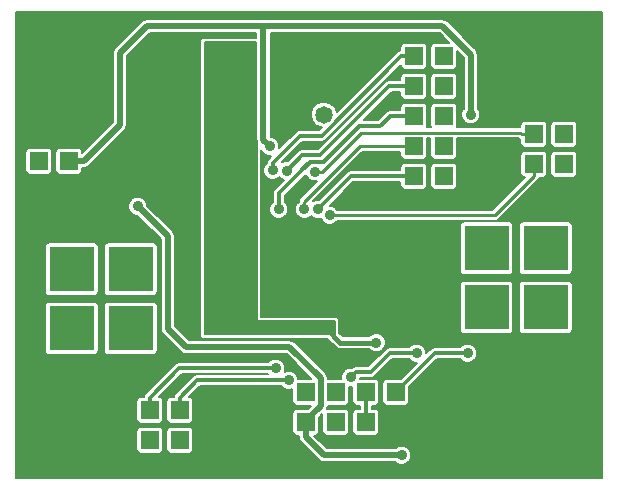
<source format=gbr>
G04 #@! TF.GenerationSoftware,KiCad,Pcbnew,(2017-02-05 revision 431abcf)-makepkg*
G04 #@! TF.CreationDate,2017-03-21T18:26:52+01:00*
G04 #@! TF.ProjectId,HBSTEP01B,4842535445503031422E6B696361645F,rev?*
G04 #@! TF.FileFunction,Copper,L1,Top,Signal*
G04 #@! TF.FilePolarity,Positive*
%FSLAX46Y46*%
G04 Gerber Fmt 4.6, Leading zero omitted, Abs format (unit mm)*
G04 Created by KiCad (PCBNEW (2017-02-05 revision 431abcf)-makepkg) date 03/21/17 18:26:52*
%MOMM*%
%LPD*%
G01*
G04 APERTURE LIST*
%ADD10C,0.300000*%
%ADD11R,3.810000X3.810000*%
%ADD12C,6.000000*%
%ADD13R,1.524000X1.524000*%
%ADD14C,1.480820*%
%ADD15C,0.889000*%
%ADD16C,0.400000*%
%ADD17C,0.254000*%
%ADD18C,0.500000*%
%ADD19C,0.200000*%
G04 APERTURE END LIST*
D10*
D11*
X13716000Y35226000D03*
X13716000Y30226000D03*
X18796000Y35226000D03*
X18796000Y30226000D03*
D12*
X45720000Y35560000D03*
X45720000Y5080000D03*
X5080000Y35560000D03*
X5080000Y5080000D03*
D13*
X27686000Y5334000D03*
X27686000Y7874000D03*
X25146000Y7874000D03*
X25146000Y5334000D03*
X11938000Y3810000D03*
X11938000Y6350000D03*
X14478000Y3810000D03*
X14478000Y6350000D03*
X34290000Y31242000D03*
X36830000Y31242000D03*
X34290000Y33782000D03*
X36830000Y33782000D03*
X34290000Y28702000D03*
X36830000Y28702000D03*
X30226000Y5334000D03*
X30226000Y7874000D03*
X44450000Y27178000D03*
X46990000Y27178000D03*
X44450000Y29718000D03*
X46990000Y29718000D03*
X34290000Y26162000D03*
X36830000Y26162000D03*
X2540000Y29972000D03*
X5080000Y29972000D03*
X2540000Y27432000D03*
X5080000Y27432000D03*
X2540000Y24892000D03*
X5080000Y24892000D03*
D14*
X26670000Y31384240D03*
X26670000Y33385760D03*
D13*
X34290000Y36322000D03*
X36830000Y36322000D03*
D11*
X10334000Y18288000D03*
X5334000Y18288000D03*
X10334000Y13288000D03*
X5334000Y13288000D03*
X40466000Y20066000D03*
X45466000Y20066000D03*
X40466000Y15066000D03*
X45466000Y15066000D03*
D13*
X32766000Y5334000D03*
X32766000Y7874000D03*
D15*
X20066000Y13208000D03*
X31114996Y12065000D03*
X26924000Y13208000D03*
X29083000Y18288000D03*
X30325060Y18288000D03*
X28067000Y17145000D03*
X28067000Y19685000D03*
X26289000Y19939000D03*
X26162000Y18034000D03*
X26924000Y16256000D03*
X23876000Y16256000D03*
X22225000Y16129000D03*
X22225000Y17780000D03*
X22225000Y19431000D03*
X22225000Y20701000D03*
X23495000Y20701000D03*
X23495000Y19304000D03*
X23368000Y17780000D03*
X24765000Y17780000D03*
X24892000Y19050000D03*
X25019000Y20447000D03*
X19433975Y4068390D03*
X19431000Y2032000D03*
X31882487Y3815487D03*
X32893000Y3937000D03*
X25527000Y34925000D03*
X25527000Y36322000D03*
X26797000Y37465000D03*
X13716000Y27432000D03*
X13716000Y24511000D03*
X33274000Y2540000D03*
X22098000Y28702000D03*
X10922000Y23622000D03*
X39116000Y31369000D03*
X26162000Y23368000D03*
X25894365Y26556636D03*
X27184332Y22856834D03*
X25019000Y23368000D03*
X23523488Y26641515D03*
X22352000Y26670000D03*
X22860000Y23368000D03*
X23685511Y8890000D03*
X22606000Y9906000D03*
X38862000Y11176000D03*
X28941915Y9129915D03*
X34544000Y11176000D03*
D16*
X26924000Y13208000D02*
X28067000Y12065000D01*
X30486379Y12065000D02*
X31114996Y12065000D01*
X28067000Y12065000D02*
X30486379Y12065000D01*
D17*
X30325060Y18288000D02*
X29083000Y18288000D01*
X29083000Y18161000D02*
X28067000Y17145000D01*
X29083000Y18288000D02*
X29083000Y18161000D01*
X28067000Y17145000D02*
X28067000Y19685000D01*
X26543000Y19685000D02*
X26289000Y19939000D01*
X28067000Y19685000D02*
X26543000Y19685000D01*
X26289000Y18161000D02*
X26162000Y18034000D01*
X26289000Y19939000D02*
X26289000Y18161000D01*
X27051000Y16383000D02*
X26924000Y16256000D01*
X26162000Y18034000D02*
X27051000Y16383000D01*
X24003000Y16383000D02*
X23876000Y16256000D01*
X26924000Y16256000D02*
X24003000Y16383000D01*
X22352000Y16256000D02*
X22225000Y16129000D01*
X23876000Y16256000D02*
X22352000Y16256000D01*
X22225000Y17907000D02*
X22225000Y17780000D01*
X22225000Y16129000D02*
X22225000Y17907000D01*
X22225000Y17780000D02*
X22225000Y19431000D01*
X22225000Y19431000D02*
X22225000Y20701000D01*
X22225000Y20701000D02*
X23495000Y20701000D01*
X23495000Y20701000D02*
X23495000Y19304000D01*
X23495000Y17907000D02*
X23368000Y17780000D01*
X23495000Y19304000D02*
X23495000Y17907000D01*
X23368000Y17780000D02*
X24765000Y17780000D01*
X24765000Y18923000D02*
X24892000Y19050000D01*
X24765000Y17780000D02*
X24765000Y18923000D01*
X24892000Y20320000D02*
X25019000Y20447000D01*
X24892000Y19050000D02*
X24892000Y20320000D01*
D10*
X19433975Y2034975D02*
X19431000Y2032000D01*
X19433975Y4068390D02*
X19433975Y2034975D01*
X32771487Y3815487D02*
X32893000Y3937000D01*
X31882487Y3815487D02*
X32771487Y3815487D01*
X25527000Y34925000D02*
X25527000Y36322000D01*
X13716000Y30226000D02*
X13716000Y27432000D01*
D18*
X26678000Y2540000D02*
X25146000Y4072000D01*
X25146000Y4072000D02*
X25146000Y5334000D01*
X6342000Y27432000D02*
X9398000Y30488000D01*
X5080000Y27432000D02*
X6342000Y27432000D01*
X9398000Y30488000D02*
X9398000Y35625202D01*
X9398000Y35625202D02*
X9398000Y36576000D01*
X9398000Y36576000D02*
X11684000Y38862000D01*
X11684000Y38862000D02*
X20902628Y38862000D01*
X21564103Y29235897D02*
X22098000Y28702000D01*
X21564103Y38862000D02*
X21564103Y29235897D01*
X20902628Y38862000D02*
X21564103Y38862000D01*
X26412001Y9039201D02*
X23767202Y11684000D01*
X26412001Y6708799D02*
X26412001Y9039201D01*
X25037202Y5334000D02*
X26412001Y6708799D01*
X25146000Y5334000D02*
X25037202Y5334000D01*
X23767202Y11684000D02*
X14986000Y11684000D01*
X14986000Y11684000D02*
X13462000Y13208000D01*
X13462000Y21082000D02*
X10922000Y23622000D01*
X13462000Y13208000D02*
X13462000Y21082000D01*
X21564103Y38862000D02*
X36721202Y38862000D01*
X39116000Y36467202D02*
X38874077Y36709125D01*
X39116000Y31369000D02*
X39116000Y36467202D01*
X36721202Y38862000D02*
X38874077Y36709125D01*
X30220920Y2540000D02*
X26678000Y2540000D01*
X33274000Y2540000D02*
X30220920Y2540000D01*
D10*
X30226000Y7874000D02*
X30226000Y5334000D01*
X26162000Y23368000D02*
X28956000Y26162000D01*
X28956000Y26162000D02*
X34290000Y26162000D01*
D17*
X29811346Y29845000D02*
X43306999Y29845001D01*
X43306999Y29845001D02*
X43434000Y29718000D01*
X43434000Y29718000D02*
X44450000Y29718000D01*
X25894365Y26556636D02*
X26522982Y26556636D01*
X26522982Y26556636D02*
X29811346Y29845000D01*
X44323000Y29845000D02*
X44450000Y29718000D01*
X27184332Y22856834D02*
X41144834Y22856834D01*
X41144834Y22856834D02*
X44450000Y26162000D01*
X44450000Y26162000D02*
X44450000Y27178000D01*
X25019000Y23368000D02*
X25019000Y23996617D01*
X25019000Y23996617D02*
X29724383Y28702000D01*
X29724383Y28702000D02*
X33274000Y28702000D01*
X33274000Y28702000D02*
X34290000Y28702000D01*
D10*
X23523488Y26641515D02*
X24841119Y27959146D01*
X24841119Y27959146D02*
X26391044Y27959146D01*
X26391044Y27959146D02*
X32213898Y33782000D01*
X32213898Y33782000D02*
X33228000Y33782000D01*
X33228000Y33782000D02*
X34290000Y33782000D01*
X22352000Y26670000D02*
X22352000Y27298617D01*
X22352000Y27298617D02*
X24644383Y29591000D01*
X24644383Y29591000D02*
X26497000Y29591000D01*
X26497000Y29591000D02*
X33228000Y36322000D01*
X33228000Y36322000D02*
X34290000Y36322000D01*
X34290000Y31242000D02*
X33228000Y31242000D01*
X33228000Y31242000D02*
X32258000Y31242000D01*
X24838167Y26700412D02*
X24963519Y26825764D01*
X22860000Y24722245D02*
X24838167Y26700412D01*
X26620523Y27405137D02*
X29672386Y30457000D01*
X24838167Y26700412D02*
X24838167Y26756220D01*
X24838167Y26756220D02*
X25487084Y27405137D01*
X25487084Y27405137D02*
X26620523Y27405137D01*
X29672386Y30457000D02*
X31473000Y30457000D01*
X31473000Y30457000D02*
X32258000Y31242000D01*
D17*
X31496000Y30480000D02*
X29727912Y30480000D01*
X29727912Y30480000D02*
X26630049Y27382137D01*
X26630049Y27382137D02*
X25519892Y27382137D01*
X25519892Y27382137D02*
X24963519Y26825764D01*
X31496000Y30480000D02*
X32258000Y31242000D01*
D10*
X22860000Y23368000D02*
X22860000Y24722245D01*
X14478000Y7412000D02*
X14478000Y6350000D01*
X15956000Y8890000D02*
X14478000Y7412000D01*
X23685511Y8890000D02*
X15956000Y8890000D01*
X11938000Y7412000D02*
X11938000Y6350000D01*
X14432000Y9906000D02*
X11938000Y7412000D01*
X22606000Y9906000D02*
X14432000Y9906000D01*
X36068000Y11176000D02*
X32766000Y7874000D01*
X38862000Y11176000D02*
X36068000Y11176000D01*
X29386414Y9574414D02*
X30656414Y9574414D01*
X28941915Y9129915D02*
X29386414Y9574414D01*
X32258000Y11176000D02*
X34544000Y11176000D01*
X30656414Y9574414D02*
X32258000Y11176000D01*
D19*
G36*
X20960103Y29235897D02*
X20982000Y29125814D01*
X20982000Y13970000D01*
X20989612Y13931732D01*
X21011289Y13899289D01*
X21043732Y13877612D01*
X21082000Y13870000D01*
X27586000Y13870000D01*
X27586000Y12800000D01*
X16610000Y12800000D01*
X16610000Y37492000D01*
X20960103Y37492000D01*
X20960103Y29235897D01*
X20960103Y29235897D01*
G37*
X20960103Y29235897D02*
X20982000Y29125814D01*
X20982000Y13970000D01*
X20989612Y13931732D01*
X21011289Y13899289D01*
X21043732Y13877612D01*
X21082000Y13870000D01*
X27586000Y13870000D01*
X27586000Y12800000D01*
X16610000Y12800000D01*
X16610000Y37492000D01*
X20960103Y37492000D01*
X20960103Y29235897D01*
G36*
X50196000Y604000D02*
X604000Y604000D01*
X604000Y4572000D01*
X10815065Y4572000D01*
X10815065Y3048000D01*
X10842540Y2909876D01*
X10920780Y2792780D01*
X11037876Y2714540D01*
X11176000Y2687065D01*
X12700000Y2687065D01*
X12838124Y2714540D01*
X12955220Y2792780D01*
X13033460Y2909876D01*
X13060935Y3048000D01*
X13060935Y4572000D01*
X13355065Y4572000D01*
X13355065Y3048000D01*
X13382540Y2909876D01*
X13460780Y2792780D01*
X13577876Y2714540D01*
X13716000Y2687065D01*
X15240000Y2687065D01*
X15378124Y2714540D01*
X15495220Y2792780D01*
X15573460Y2909876D01*
X15600935Y3048000D01*
X15600935Y4572000D01*
X15573460Y4710124D01*
X15495220Y4827220D01*
X15378124Y4905460D01*
X15240000Y4932935D01*
X13716000Y4932935D01*
X13577876Y4905460D01*
X13460780Y4827220D01*
X13382540Y4710124D01*
X13355065Y4572000D01*
X13060935Y4572000D01*
X13033460Y4710124D01*
X12955220Y4827220D01*
X12838124Y4905460D01*
X12700000Y4932935D01*
X11176000Y4932935D01*
X11037876Y4905460D01*
X10920780Y4827220D01*
X10842540Y4710124D01*
X10815065Y4572000D01*
X604000Y4572000D01*
X604000Y15193000D01*
X3068065Y15193000D01*
X3068065Y11383000D01*
X3095540Y11244876D01*
X3173780Y11127780D01*
X3290876Y11049540D01*
X3429000Y11022065D01*
X7239000Y11022065D01*
X7377124Y11049540D01*
X7494220Y11127780D01*
X7572460Y11244876D01*
X7599935Y11383000D01*
X7599935Y15193000D01*
X8068065Y15193000D01*
X8068065Y11383000D01*
X8095540Y11244876D01*
X8173780Y11127780D01*
X8290876Y11049540D01*
X8429000Y11022065D01*
X12239000Y11022065D01*
X12377124Y11049540D01*
X12494220Y11127780D01*
X12572460Y11244876D01*
X12599935Y11383000D01*
X12599935Y15193000D01*
X12572460Y15331124D01*
X12494220Y15448220D01*
X12377124Y15526460D01*
X12239000Y15553935D01*
X8429000Y15553935D01*
X8290876Y15526460D01*
X8173780Y15448220D01*
X8095540Y15331124D01*
X8068065Y15193000D01*
X7599935Y15193000D01*
X7572460Y15331124D01*
X7494220Y15448220D01*
X7377124Y15526460D01*
X7239000Y15553935D01*
X3429000Y15553935D01*
X3290876Y15526460D01*
X3173780Y15448220D01*
X3095540Y15331124D01*
X3068065Y15193000D01*
X604000Y15193000D01*
X604000Y20193000D01*
X3068065Y20193000D01*
X3068065Y16383000D01*
X3095540Y16244876D01*
X3173780Y16127780D01*
X3290876Y16049540D01*
X3429000Y16022065D01*
X7239000Y16022065D01*
X7377124Y16049540D01*
X7494220Y16127780D01*
X7572460Y16244876D01*
X7599935Y16383000D01*
X7599935Y20193000D01*
X8068065Y20193000D01*
X8068065Y16383000D01*
X8095540Y16244876D01*
X8173780Y16127780D01*
X8290876Y16049540D01*
X8429000Y16022065D01*
X12239000Y16022065D01*
X12377124Y16049540D01*
X12494220Y16127780D01*
X12572460Y16244876D01*
X12599935Y16383000D01*
X12599935Y20193000D01*
X12572460Y20331124D01*
X12494220Y20448220D01*
X12377124Y20526460D01*
X12239000Y20553935D01*
X8429000Y20553935D01*
X8290876Y20526460D01*
X8173780Y20448220D01*
X8095540Y20331124D01*
X8068065Y20193000D01*
X7599935Y20193000D01*
X7572460Y20331124D01*
X7494220Y20448220D01*
X7377124Y20526460D01*
X7239000Y20553935D01*
X3429000Y20553935D01*
X3290876Y20526460D01*
X3173780Y20448220D01*
X3095540Y20331124D01*
X3068065Y20193000D01*
X604000Y20193000D01*
X604000Y23463865D01*
X10123361Y23463865D01*
X10244670Y23170277D01*
X10469095Y22945459D01*
X10762472Y22823638D01*
X10866268Y22823547D01*
X12858000Y20831815D01*
X12858000Y13208000D01*
X12903977Y12976859D01*
X13022108Y12800065D01*
X13034908Y12780908D01*
X14558907Y11256908D01*
X14752161Y11127780D01*
X14754859Y11125977D01*
X14986000Y11080000D01*
X23517018Y11080000D01*
X25600082Y8996935D01*
X24484105Y8996935D01*
X24484150Y9048135D01*
X24362841Y9341723D01*
X24138416Y9566541D01*
X23845039Y9688362D01*
X23527376Y9688639D01*
X23349897Y9615306D01*
X23404362Y9746472D01*
X23404639Y10064135D01*
X23283330Y10357723D01*
X23058905Y10582541D01*
X22765528Y10704362D01*
X22447865Y10704639D01*
X22154277Y10583330D01*
X21980643Y10410000D01*
X14432005Y10410000D01*
X14432000Y10410001D01*
X14239128Y10371635D01*
X14075618Y10262382D01*
X11581618Y7768382D01*
X11472365Y7604873D01*
X11472365Y7604872D01*
X11446121Y7472935D01*
X11176000Y7472935D01*
X11037876Y7445460D01*
X10920780Y7367220D01*
X10842540Y7250124D01*
X10815065Y7112000D01*
X10815065Y5588000D01*
X10842540Y5449876D01*
X10920780Y5332780D01*
X11037876Y5254540D01*
X11176000Y5227065D01*
X12700000Y5227065D01*
X12838124Y5254540D01*
X12955220Y5332780D01*
X13033460Y5449876D01*
X13060935Y5588000D01*
X13060935Y7112000D01*
X13033460Y7250124D01*
X12955220Y7367220D01*
X12838124Y7445460D01*
X12709758Y7470994D01*
X14640764Y9402000D01*
X21980856Y9402000D01*
X21988842Y9394000D01*
X15956005Y9394000D01*
X15956000Y9394001D01*
X15763128Y9355635D01*
X15599618Y9246382D01*
X14121618Y7768382D01*
X14012365Y7604873D01*
X14012365Y7604872D01*
X13986121Y7472935D01*
X13716000Y7472935D01*
X13577876Y7445460D01*
X13460780Y7367220D01*
X13382540Y7250124D01*
X13355065Y7112000D01*
X13355065Y5588000D01*
X13382540Y5449876D01*
X13460780Y5332780D01*
X13577876Y5254540D01*
X13716000Y5227065D01*
X15240000Y5227065D01*
X15378124Y5254540D01*
X15495220Y5332780D01*
X15573460Y5449876D01*
X15600935Y5588000D01*
X15600935Y7112000D01*
X15573460Y7250124D01*
X15495220Y7367220D01*
X15378124Y7445460D01*
X15249758Y7470994D01*
X16164764Y8386000D01*
X23060367Y8386000D01*
X23232606Y8213459D01*
X23525983Y8091638D01*
X23843646Y8091361D01*
X24023065Y8165496D01*
X24023065Y7112000D01*
X24050540Y6973876D01*
X24128780Y6856780D01*
X24245876Y6778540D01*
X24384000Y6751065D01*
X25600082Y6751065D01*
X25305952Y6456935D01*
X24384000Y6456935D01*
X24245876Y6429460D01*
X24128780Y6351220D01*
X24050540Y6234124D01*
X24023065Y6096000D01*
X24023065Y4572000D01*
X24050540Y4433876D01*
X24128780Y4316780D01*
X24245876Y4238540D01*
X24384000Y4211065D01*
X24542000Y4211065D01*
X24542000Y4072000D01*
X24587977Y3840859D01*
X24718908Y3644908D01*
X26250907Y2112908D01*
X26446859Y1981977D01*
X26678000Y1936000D01*
X32748681Y1936000D01*
X32821095Y1863459D01*
X33114472Y1741638D01*
X33432135Y1741361D01*
X33725723Y1862670D01*
X33950541Y2087095D01*
X34072362Y2380472D01*
X34072639Y2698135D01*
X33951330Y2991723D01*
X33726905Y3216541D01*
X33433528Y3338362D01*
X33115865Y3338639D01*
X32822277Y3217330D01*
X32748819Y3144000D01*
X26928185Y3144000D01*
X25861119Y4211065D01*
X25908000Y4211065D01*
X26046124Y4238540D01*
X26163220Y4316780D01*
X26241460Y4433876D01*
X26268935Y4572000D01*
X26268935Y5711548D01*
X26563065Y6005678D01*
X26563065Y4572000D01*
X26590540Y4433876D01*
X26668780Y4316780D01*
X26785876Y4238540D01*
X26924000Y4211065D01*
X28448000Y4211065D01*
X28586124Y4238540D01*
X28703220Y4316780D01*
X28781460Y4433876D01*
X28808935Y4572000D01*
X28808935Y6096000D01*
X28781460Y6234124D01*
X28703220Y6351220D01*
X28586124Y6429460D01*
X28448000Y6456935D01*
X26956177Y6456935D01*
X26970024Y6477658D01*
X27016001Y6708799D01*
X27016001Y6751065D01*
X28448000Y6751065D01*
X28586124Y6778540D01*
X28703220Y6856780D01*
X28781460Y6973876D01*
X28808935Y7112000D01*
X28808935Y8331530D01*
X29100050Y8331276D01*
X29103065Y8332522D01*
X29103065Y7112000D01*
X29130540Y6973876D01*
X29208780Y6856780D01*
X29325876Y6778540D01*
X29464000Y6751065D01*
X29722000Y6751065D01*
X29722000Y6456935D01*
X29464000Y6456935D01*
X29325876Y6429460D01*
X29208780Y6351220D01*
X29130540Y6234124D01*
X29103065Y6096000D01*
X29103065Y4572000D01*
X29130540Y4433876D01*
X29208780Y4316780D01*
X29325876Y4238540D01*
X29464000Y4211065D01*
X30988000Y4211065D01*
X31126124Y4238540D01*
X31243220Y4316780D01*
X31321460Y4433876D01*
X31348935Y4572000D01*
X31348935Y6096000D01*
X31321460Y6234124D01*
X31243220Y6351220D01*
X31126124Y6429460D01*
X30988000Y6456935D01*
X30730000Y6456935D01*
X30730000Y6751065D01*
X30988000Y6751065D01*
X31126124Y6778540D01*
X31243220Y6856780D01*
X31321460Y6973876D01*
X31348935Y7112000D01*
X31348935Y8636000D01*
X31321460Y8774124D01*
X31243220Y8891220D01*
X31126124Y8969460D01*
X30988000Y8996935D01*
X29740300Y8996935D01*
X29740364Y9070414D01*
X30656414Y9070414D01*
X30849287Y9108779D01*
X31012796Y9218032D01*
X32466764Y10672000D01*
X33918856Y10672000D01*
X34091095Y10499459D01*
X34384472Y10377638D01*
X34556724Y10377488D01*
X33176171Y8996935D01*
X32004000Y8996935D01*
X31865876Y8969460D01*
X31748780Y8891220D01*
X31670540Y8774124D01*
X31643065Y8636000D01*
X31643065Y7112000D01*
X31670540Y6973876D01*
X31748780Y6856780D01*
X31865876Y6778540D01*
X32004000Y6751065D01*
X33528000Y6751065D01*
X33666124Y6778540D01*
X33783220Y6856780D01*
X33861460Y6973876D01*
X33888935Y7112000D01*
X33888935Y8284171D01*
X36276764Y10672000D01*
X38236856Y10672000D01*
X38409095Y10499459D01*
X38702472Y10377638D01*
X39020135Y10377361D01*
X39313723Y10498670D01*
X39538541Y10723095D01*
X39660362Y11016472D01*
X39660639Y11334135D01*
X39539330Y11627723D01*
X39314905Y11852541D01*
X39021528Y11974362D01*
X38703865Y11974639D01*
X38410277Y11853330D01*
X38236643Y11680000D01*
X36068000Y11680000D01*
X35875127Y11641635D01*
X35711618Y11532382D01*
X35342490Y11163254D01*
X35342639Y11334135D01*
X35221330Y11627723D01*
X34996905Y11852541D01*
X34703528Y11974362D01*
X34385865Y11974639D01*
X34092277Y11853330D01*
X33918643Y11680000D01*
X32258005Y11680000D01*
X32258000Y11680001D01*
X32065128Y11641635D01*
X31901618Y11532382D01*
X30447650Y10078414D01*
X29386419Y10078414D01*
X29386414Y10078415D01*
X29193542Y10040049D01*
X29030032Y9930796D01*
X29030030Y9930793D01*
X29027578Y9928341D01*
X28783780Y9928554D01*
X28490192Y9807245D01*
X28265374Y9582820D01*
X28143553Y9289443D01*
X28143298Y8996935D01*
X27016001Y8996935D01*
X27016001Y9039201D01*
X26970024Y9270342D01*
X26887398Y9394000D01*
X26839094Y9466293D01*
X24194294Y12111092D01*
X24194293Y12111093D01*
X23998343Y12242023D01*
X23767202Y12288000D01*
X15236185Y12288000D01*
X14066000Y13458184D01*
X14066000Y21082000D01*
X14020023Y21313141D01*
X13889092Y21509093D01*
X11720550Y23677635D01*
X11720639Y23780135D01*
X11599330Y24073723D01*
X11374905Y24298541D01*
X11081528Y24420362D01*
X10763865Y24420639D01*
X10470277Y24299330D01*
X10245459Y24074905D01*
X10123638Y23781528D01*
X10123361Y23463865D01*
X604000Y23463865D01*
X604000Y28194000D01*
X1417065Y28194000D01*
X1417065Y26670000D01*
X1444540Y26531876D01*
X1522780Y26414780D01*
X1639876Y26336540D01*
X1778000Y26309065D01*
X3302000Y26309065D01*
X3440124Y26336540D01*
X3557220Y26414780D01*
X3635460Y26531876D01*
X3662935Y26670000D01*
X3662935Y28194000D01*
X3957065Y28194000D01*
X3957065Y26670000D01*
X3984540Y26531876D01*
X4062780Y26414780D01*
X4179876Y26336540D01*
X4318000Y26309065D01*
X5842000Y26309065D01*
X5980124Y26336540D01*
X6097220Y26414780D01*
X6175460Y26531876D01*
X6202935Y26670000D01*
X6202935Y26828000D01*
X6342000Y26828000D01*
X6573141Y26873977D01*
X6769092Y27004908D01*
X9825093Y30060908D01*
X9908088Y30185119D01*
X9956023Y30256859D01*
X10002000Y30488000D01*
X10002000Y36325816D01*
X11934185Y38258000D01*
X20960103Y38258000D01*
X20960103Y37892000D01*
X16510000Y37892000D01*
X16395195Y37869164D01*
X16297868Y37804132D01*
X16232836Y37706805D01*
X16210000Y37592000D01*
X16210000Y12700000D01*
X16232836Y12585195D01*
X16297868Y12487868D01*
X16395195Y12422836D01*
X16510000Y12400000D01*
X26948526Y12400000D01*
X27675263Y11673263D01*
X27854993Y11553171D01*
X28067000Y11511000D01*
X30539764Y11511000D01*
X30662091Y11388459D01*
X30955468Y11266638D01*
X31273131Y11266361D01*
X31566719Y11387670D01*
X31791537Y11612095D01*
X31913358Y11905472D01*
X31913635Y12223135D01*
X31792326Y12516723D01*
X31567901Y12741541D01*
X31274524Y12863362D01*
X30956861Y12863639D01*
X30663273Y12742330D01*
X30539727Y12619000D01*
X28296474Y12619000D01*
X27986000Y12929474D01*
X27986000Y13970000D01*
X27963164Y14084805D01*
X27898132Y14182132D01*
X27800805Y14247164D01*
X27686000Y14270000D01*
X21382000Y14270000D01*
X21382000Y16971000D01*
X38200065Y16971000D01*
X38200065Y13161000D01*
X38227540Y13022876D01*
X38305780Y12905780D01*
X38422876Y12827540D01*
X38561000Y12800065D01*
X42371000Y12800065D01*
X42509124Y12827540D01*
X42626220Y12905780D01*
X42704460Y13022876D01*
X42731935Y13161000D01*
X42731935Y16971000D01*
X43200065Y16971000D01*
X43200065Y13161000D01*
X43227540Y13022876D01*
X43305780Y12905780D01*
X43422876Y12827540D01*
X43561000Y12800065D01*
X47371000Y12800065D01*
X47509124Y12827540D01*
X47626220Y12905780D01*
X47704460Y13022876D01*
X47731935Y13161000D01*
X47731935Y16971000D01*
X47704460Y17109124D01*
X47626220Y17226220D01*
X47509124Y17304460D01*
X47371000Y17331935D01*
X43561000Y17331935D01*
X43422876Y17304460D01*
X43305780Y17226220D01*
X43227540Y17109124D01*
X43200065Y16971000D01*
X42731935Y16971000D01*
X42704460Y17109124D01*
X42626220Y17226220D01*
X42509124Y17304460D01*
X42371000Y17331935D01*
X38561000Y17331935D01*
X38422876Y17304460D01*
X38305780Y17226220D01*
X38227540Y17109124D01*
X38200065Y16971000D01*
X21382000Y16971000D01*
X21382000Y21971000D01*
X38200065Y21971000D01*
X38200065Y18161000D01*
X38227540Y18022876D01*
X38305780Y17905780D01*
X38422876Y17827540D01*
X38561000Y17800065D01*
X42371000Y17800065D01*
X42509124Y17827540D01*
X42626220Y17905780D01*
X42704460Y18022876D01*
X42731935Y18161000D01*
X42731935Y21971000D01*
X43200065Y21971000D01*
X43200065Y18161000D01*
X43227540Y18022876D01*
X43305780Y17905780D01*
X43422876Y17827540D01*
X43561000Y17800065D01*
X47371000Y17800065D01*
X47509124Y17827540D01*
X47626220Y17905780D01*
X47704460Y18022876D01*
X47731935Y18161000D01*
X47731935Y21971000D01*
X47704460Y22109124D01*
X47626220Y22226220D01*
X47509124Y22304460D01*
X47371000Y22331935D01*
X43561000Y22331935D01*
X43422876Y22304460D01*
X43305780Y22226220D01*
X43227540Y22109124D01*
X43200065Y21971000D01*
X42731935Y21971000D01*
X42704460Y22109124D01*
X42626220Y22226220D01*
X42509124Y22304460D01*
X42371000Y22331935D01*
X38561000Y22331935D01*
X38422876Y22304460D01*
X38305780Y22226220D01*
X38227540Y22109124D01*
X38200065Y21971000D01*
X21382000Y21971000D01*
X21382000Y28343865D01*
X21420670Y28250277D01*
X21645095Y28025459D01*
X21938472Y27903638D01*
X22243991Y27903372D01*
X21995618Y27654999D01*
X21886365Y27491490D01*
X21874532Y27432000D01*
X21848000Y27298617D01*
X21848000Y27295144D01*
X21675459Y27122905D01*
X21553638Y26829528D01*
X21553361Y26511865D01*
X21674670Y26218277D01*
X21899095Y25993459D01*
X22192472Y25871638D01*
X22510135Y25871361D01*
X22803723Y25992670D01*
X22923538Y26112276D01*
X23070583Y25964974D01*
X23296257Y25871266D01*
X22503618Y25078627D01*
X22394365Y24915118D01*
X22394365Y24915117D01*
X22356000Y24722245D01*
X22356000Y23993144D01*
X22183459Y23820905D01*
X22061638Y23527528D01*
X22061361Y23209865D01*
X22182670Y22916277D01*
X22407095Y22691459D01*
X22700472Y22569638D01*
X23018135Y22569361D01*
X23311723Y22690670D01*
X23536541Y22915095D01*
X23658362Y23208472D01*
X23658639Y23526135D01*
X23537330Y23819723D01*
X23364000Y23993357D01*
X23364000Y24513481D01*
X25140547Y26290028D01*
X25217035Y26104913D01*
X25441460Y25880095D01*
X25734837Y25758274D01*
X26052500Y25757997D01*
X26133692Y25791545D01*
X24678882Y24336735D01*
X24574614Y24180688D01*
X24542837Y24020932D01*
X24342459Y23820905D01*
X24220638Y23527528D01*
X24220361Y23209865D01*
X24341670Y22916277D01*
X24566095Y22691459D01*
X24859472Y22569638D01*
X25177135Y22569361D01*
X25470723Y22690670D01*
X25590512Y22810250D01*
X25709095Y22691459D01*
X26002472Y22569638D01*
X26320135Y22569361D01*
X26421781Y22611361D01*
X26507002Y22405111D01*
X26731427Y22180293D01*
X27024804Y22058472D01*
X27342467Y22058195D01*
X27636055Y22179504D01*
X27832729Y22375834D01*
X41144834Y22375834D01*
X41328905Y22412448D01*
X41484952Y22516716D01*
X44790119Y25821882D01*
X44894387Y25977930D01*
X44909730Y26055065D01*
X45212000Y26055065D01*
X45350124Y26082540D01*
X45467220Y26160780D01*
X45545460Y26277876D01*
X45572935Y26416000D01*
X45572935Y27940000D01*
X45867065Y27940000D01*
X45867065Y26416000D01*
X45894540Y26277876D01*
X45972780Y26160780D01*
X46089876Y26082540D01*
X46228000Y26055065D01*
X47752000Y26055065D01*
X47890124Y26082540D01*
X48007220Y26160780D01*
X48085460Y26277876D01*
X48112935Y26416000D01*
X48112935Y27940000D01*
X48085460Y28078124D01*
X48007220Y28195220D01*
X47890124Y28273460D01*
X47752000Y28300935D01*
X46228000Y28300935D01*
X46089876Y28273460D01*
X45972780Y28195220D01*
X45894540Y28078124D01*
X45867065Y27940000D01*
X45572935Y27940000D01*
X45545460Y28078124D01*
X45467220Y28195220D01*
X45350124Y28273460D01*
X45212000Y28300935D01*
X43688000Y28300935D01*
X43549876Y28273460D01*
X43432780Y28195220D01*
X43354540Y28078124D01*
X43327065Y27940000D01*
X43327065Y26416000D01*
X43354540Y26277876D01*
X43432780Y26160780D01*
X43549876Y26082540D01*
X43667004Y26059241D01*
X40945598Y23337834D01*
X27832436Y23337834D01*
X27637237Y23533375D01*
X27343860Y23655196D01*
X27162118Y23655354D01*
X29164764Y25658000D01*
X33167065Y25658000D01*
X33167065Y25400000D01*
X33194540Y25261876D01*
X33272780Y25144780D01*
X33389876Y25066540D01*
X33528000Y25039065D01*
X35052000Y25039065D01*
X35190124Y25066540D01*
X35307220Y25144780D01*
X35385460Y25261876D01*
X35412935Y25400000D01*
X35412935Y26924000D01*
X35707065Y26924000D01*
X35707065Y25400000D01*
X35734540Y25261876D01*
X35812780Y25144780D01*
X35929876Y25066540D01*
X36068000Y25039065D01*
X37592000Y25039065D01*
X37730124Y25066540D01*
X37847220Y25144780D01*
X37925460Y25261876D01*
X37952935Y25400000D01*
X37952935Y26924000D01*
X37925460Y27062124D01*
X37847220Y27179220D01*
X37730124Y27257460D01*
X37592000Y27284935D01*
X36068000Y27284935D01*
X35929876Y27257460D01*
X35812780Y27179220D01*
X35734540Y27062124D01*
X35707065Y26924000D01*
X35412935Y26924000D01*
X35385460Y27062124D01*
X35307220Y27179220D01*
X35190124Y27257460D01*
X35052000Y27284935D01*
X33528000Y27284935D01*
X33389876Y27257460D01*
X33272780Y27179220D01*
X33194540Y27062124D01*
X33167065Y26924000D01*
X33167065Y26666000D01*
X28956000Y26666000D01*
X28763128Y26627635D01*
X28599618Y26518382D01*
X26247662Y24166426D01*
X26003865Y24166639D01*
X25774476Y24071857D01*
X29923620Y28221000D01*
X33167065Y28221000D01*
X33167065Y27940000D01*
X33194540Y27801876D01*
X33272780Y27684780D01*
X33389876Y27606540D01*
X33528000Y27579065D01*
X35052000Y27579065D01*
X35190124Y27606540D01*
X35307220Y27684780D01*
X35385460Y27801876D01*
X35412935Y27940000D01*
X35412935Y29364000D01*
X35707065Y29364000D01*
X35707065Y27940000D01*
X35734540Y27801876D01*
X35812780Y27684780D01*
X35929876Y27606540D01*
X36068000Y27579065D01*
X37592000Y27579065D01*
X37730124Y27606540D01*
X37847220Y27684780D01*
X37925460Y27801876D01*
X37952935Y27940000D01*
X37952935Y29364001D01*
X43114655Y29364001D01*
X43249930Y29273613D01*
X43327065Y29258270D01*
X43327065Y28956000D01*
X43354540Y28817876D01*
X43432780Y28700780D01*
X43549876Y28622540D01*
X43688000Y28595065D01*
X45212000Y28595065D01*
X45350124Y28622540D01*
X45467220Y28700780D01*
X45545460Y28817876D01*
X45572935Y28956000D01*
X45572935Y30480000D01*
X45867065Y30480000D01*
X45867065Y28956000D01*
X45894540Y28817876D01*
X45972780Y28700780D01*
X46089876Y28622540D01*
X46228000Y28595065D01*
X47752000Y28595065D01*
X47890124Y28622540D01*
X48007220Y28700780D01*
X48085460Y28817876D01*
X48112935Y28956000D01*
X48112935Y30480000D01*
X48085460Y30618124D01*
X48007220Y30735220D01*
X47890124Y30813460D01*
X47752000Y30840935D01*
X46228000Y30840935D01*
X46089876Y30813460D01*
X45972780Y30735220D01*
X45894540Y30618124D01*
X45867065Y30480000D01*
X45572935Y30480000D01*
X45545460Y30618124D01*
X45467220Y30735220D01*
X45350124Y30813460D01*
X45212000Y30840935D01*
X43688000Y30840935D01*
X43549876Y30813460D01*
X43432780Y30735220D01*
X43354540Y30618124D01*
X43327065Y30480000D01*
X43327065Y30322010D01*
X43306999Y30326001D01*
X37914853Y30326001D01*
X37925460Y30341876D01*
X37952935Y30480000D01*
X37952935Y32004000D01*
X37925460Y32142124D01*
X37847220Y32259220D01*
X37730124Y32337460D01*
X37592000Y32364935D01*
X36068000Y32364935D01*
X35929876Y32337460D01*
X35812780Y32259220D01*
X35734540Y32142124D01*
X35707065Y32004000D01*
X35707065Y30480000D01*
X35734540Y30341876D01*
X35745148Y30326000D01*
X35374852Y30326000D01*
X35385460Y30341876D01*
X35412935Y30480000D01*
X35412935Y32004000D01*
X35385460Y32142124D01*
X35307220Y32259220D01*
X35190124Y32337460D01*
X35052000Y32364935D01*
X33528000Y32364935D01*
X33389876Y32337460D01*
X33272780Y32259220D01*
X33194540Y32142124D01*
X33167065Y32004000D01*
X33167065Y31746000D01*
X32258005Y31746000D01*
X32258000Y31746001D01*
X32065128Y31707635D01*
X31901618Y31598382D01*
X31264236Y30961000D01*
X30105662Y30961000D01*
X32422662Y33278000D01*
X33167065Y33278000D01*
X33167065Y33020000D01*
X33194540Y32881876D01*
X33272780Y32764780D01*
X33389876Y32686540D01*
X33528000Y32659065D01*
X35052000Y32659065D01*
X35190124Y32686540D01*
X35307220Y32764780D01*
X35385460Y32881876D01*
X35412935Y33020000D01*
X35412935Y34544000D01*
X35707065Y34544000D01*
X35707065Y33020000D01*
X35734540Y32881876D01*
X35812780Y32764780D01*
X35929876Y32686540D01*
X36068000Y32659065D01*
X37592000Y32659065D01*
X37730124Y32686540D01*
X37847220Y32764780D01*
X37925460Y32881876D01*
X37952935Y33020000D01*
X37952935Y34544000D01*
X37925460Y34682124D01*
X37847220Y34799220D01*
X37730124Y34877460D01*
X37592000Y34904935D01*
X36068000Y34904935D01*
X35929876Y34877460D01*
X35812780Y34799220D01*
X35734540Y34682124D01*
X35707065Y34544000D01*
X35412935Y34544000D01*
X35385460Y34682124D01*
X35307220Y34799220D01*
X35190124Y34877460D01*
X35052000Y34904935D01*
X33528000Y34904935D01*
X33389876Y34877460D01*
X33272780Y34799220D01*
X33194540Y34682124D01*
X33167065Y34544000D01*
X33167065Y34286000D01*
X32213898Y34286000D01*
X32021025Y34247635D01*
X31857516Y34138382D01*
X26182280Y28463146D01*
X24841124Y28463146D01*
X24841119Y28463147D01*
X24648247Y28424781D01*
X24484737Y28315528D01*
X23609150Y27439941D01*
X23365353Y27440154D01*
X23094306Y27328159D01*
X24853147Y29087000D01*
X26497000Y29087000D01*
X26689873Y29125365D01*
X26853382Y29234618D01*
X33169006Y35550243D01*
X33194540Y35421876D01*
X33272780Y35304780D01*
X33389876Y35226540D01*
X33528000Y35199065D01*
X35052000Y35199065D01*
X35190124Y35226540D01*
X35307220Y35304780D01*
X35385460Y35421876D01*
X35412935Y35560000D01*
X35412935Y37084000D01*
X35385460Y37222124D01*
X35307220Y37339220D01*
X35190124Y37417460D01*
X35052000Y37444935D01*
X33528000Y37444935D01*
X33389876Y37417460D01*
X33272780Y37339220D01*
X33194540Y37222124D01*
X33167065Y37084000D01*
X33167065Y36813879D01*
X33035128Y36787635D01*
X32871618Y36678382D01*
X32871616Y36678379D01*
X27764574Y31571338D01*
X27764600Y31600977D01*
X27598337Y32003364D01*
X27290743Y32311495D01*
X26888647Y32478460D01*
X26453263Y32478840D01*
X26050876Y32312577D01*
X25742745Y32004983D01*
X25575780Y31602887D01*
X25575400Y31167503D01*
X25741663Y30765116D01*
X26049257Y30456985D01*
X26451353Y30290020D01*
X26483228Y30289992D01*
X26288236Y30095000D01*
X24644383Y30095000D01*
X24451510Y30056635D01*
X24288001Y29947382D01*
X22896374Y28555755D01*
X22896639Y28860135D01*
X22775330Y29153723D01*
X22550905Y29378541D01*
X22257528Y29500362D01*
X22168103Y29500440D01*
X22168103Y38258000D01*
X36471018Y38258000D01*
X37284083Y37444935D01*
X36068000Y37444935D01*
X35929876Y37417460D01*
X35812780Y37339220D01*
X35734540Y37222124D01*
X35707065Y37084000D01*
X35707065Y35560000D01*
X35734540Y35421876D01*
X35812780Y35304780D01*
X35929876Y35226540D01*
X36068000Y35199065D01*
X37592000Y35199065D01*
X37730124Y35226540D01*
X37847220Y35304780D01*
X37925460Y35421876D01*
X37952935Y35560000D01*
X37952935Y36776082D01*
X38446984Y36282033D01*
X38446987Y36282031D01*
X38512000Y36217018D01*
X38512000Y31894319D01*
X38439459Y31821905D01*
X38317638Y31528528D01*
X38317361Y31210865D01*
X38438670Y30917277D01*
X38663095Y30692459D01*
X38956472Y30570638D01*
X39274135Y30570361D01*
X39567723Y30691670D01*
X39792541Y30916095D01*
X39914362Y31209472D01*
X39914639Y31527135D01*
X39793330Y31820723D01*
X39720000Y31894181D01*
X39720000Y36467202D01*
X39674023Y36698343D01*
X39588725Y36826000D01*
X39543093Y36894294D01*
X39301171Y37136215D01*
X39301169Y37136218D01*
X37148294Y39289092D01*
X36952343Y39420023D01*
X36721202Y39466000D01*
X11684000Y39466000D01*
X11452859Y39420023D01*
X11256907Y39289092D01*
X8970908Y37003092D01*
X8839977Y36807141D01*
X8794000Y36576000D01*
X8794000Y30738185D01*
X6202935Y28147119D01*
X6202935Y28194000D01*
X6175460Y28332124D01*
X6097220Y28449220D01*
X5980124Y28527460D01*
X5842000Y28554935D01*
X4318000Y28554935D01*
X4179876Y28527460D01*
X4062780Y28449220D01*
X3984540Y28332124D01*
X3957065Y28194000D01*
X3662935Y28194000D01*
X3635460Y28332124D01*
X3557220Y28449220D01*
X3440124Y28527460D01*
X3302000Y28554935D01*
X1778000Y28554935D01*
X1639876Y28527460D01*
X1522780Y28449220D01*
X1444540Y28332124D01*
X1417065Y28194000D01*
X604000Y28194000D01*
X604000Y40036000D01*
X50196000Y40036000D01*
X50196000Y604000D01*
X50196000Y604000D01*
G37*
X50196000Y604000D02*
X604000Y604000D01*
X604000Y4572000D01*
X10815065Y4572000D01*
X10815065Y3048000D01*
X10842540Y2909876D01*
X10920780Y2792780D01*
X11037876Y2714540D01*
X11176000Y2687065D01*
X12700000Y2687065D01*
X12838124Y2714540D01*
X12955220Y2792780D01*
X13033460Y2909876D01*
X13060935Y3048000D01*
X13060935Y4572000D01*
X13355065Y4572000D01*
X13355065Y3048000D01*
X13382540Y2909876D01*
X13460780Y2792780D01*
X13577876Y2714540D01*
X13716000Y2687065D01*
X15240000Y2687065D01*
X15378124Y2714540D01*
X15495220Y2792780D01*
X15573460Y2909876D01*
X15600935Y3048000D01*
X15600935Y4572000D01*
X15573460Y4710124D01*
X15495220Y4827220D01*
X15378124Y4905460D01*
X15240000Y4932935D01*
X13716000Y4932935D01*
X13577876Y4905460D01*
X13460780Y4827220D01*
X13382540Y4710124D01*
X13355065Y4572000D01*
X13060935Y4572000D01*
X13033460Y4710124D01*
X12955220Y4827220D01*
X12838124Y4905460D01*
X12700000Y4932935D01*
X11176000Y4932935D01*
X11037876Y4905460D01*
X10920780Y4827220D01*
X10842540Y4710124D01*
X10815065Y4572000D01*
X604000Y4572000D01*
X604000Y15193000D01*
X3068065Y15193000D01*
X3068065Y11383000D01*
X3095540Y11244876D01*
X3173780Y11127780D01*
X3290876Y11049540D01*
X3429000Y11022065D01*
X7239000Y11022065D01*
X7377124Y11049540D01*
X7494220Y11127780D01*
X7572460Y11244876D01*
X7599935Y11383000D01*
X7599935Y15193000D01*
X8068065Y15193000D01*
X8068065Y11383000D01*
X8095540Y11244876D01*
X8173780Y11127780D01*
X8290876Y11049540D01*
X8429000Y11022065D01*
X12239000Y11022065D01*
X12377124Y11049540D01*
X12494220Y11127780D01*
X12572460Y11244876D01*
X12599935Y11383000D01*
X12599935Y15193000D01*
X12572460Y15331124D01*
X12494220Y15448220D01*
X12377124Y15526460D01*
X12239000Y15553935D01*
X8429000Y15553935D01*
X8290876Y15526460D01*
X8173780Y15448220D01*
X8095540Y15331124D01*
X8068065Y15193000D01*
X7599935Y15193000D01*
X7572460Y15331124D01*
X7494220Y15448220D01*
X7377124Y15526460D01*
X7239000Y15553935D01*
X3429000Y15553935D01*
X3290876Y15526460D01*
X3173780Y15448220D01*
X3095540Y15331124D01*
X3068065Y15193000D01*
X604000Y15193000D01*
X604000Y20193000D01*
X3068065Y20193000D01*
X3068065Y16383000D01*
X3095540Y16244876D01*
X3173780Y16127780D01*
X3290876Y16049540D01*
X3429000Y16022065D01*
X7239000Y16022065D01*
X7377124Y16049540D01*
X7494220Y16127780D01*
X7572460Y16244876D01*
X7599935Y16383000D01*
X7599935Y20193000D01*
X8068065Y20193000D01*
X8068065Y16383000D01*
X8095540Y16244876D01*
X8173780Y16127780D01*
X8290876Y16049540D01*
X8429000Y16022065D01*
X12239000Y16022065D01*
X12377124Y16049540D01*
X12494220Y16127780D01*
X12572460Y16244876D01*
X12599935Y16383000D01*
X12599935Y20193000D01*
X12572460Y20331124D01*
X12494220Y20448220D01*
X12377124Y20526460D01*
X12239000Y20553935D01*
X8429000Y20553935D01*
X8290876Y20526460D01*
X8173780Y20448220D01*
X8095540Y20331124D01*
X8068065Y20193000D01*
X7599935Y20193000D01*
X7572460Y20331124D01*
X7494220Y20448220D01*
X7377124Y20526460D01*
X7239000Y20553935D01*
X3429000Y20553935D01*
X3290876Y20526460D01*
X3173780Y20448220D01*
X3095540Y20331124D01*
X3068065Y20193000D01*
X604000Y20193000D01*
X604000Y23463865D01*
X10123361Y23463865D01*
X10244670Y23170277D01*
X10469095Y22945459D01*
X10762472Y22823638D01*
X10866268Y22823547D01*
X12858000Y20831815D01*
X12858000Y13208000D01*
X12903977Y12976859D01*
X13022108Y12800065D01*
X13034908Y12780908D01*
X14558907Y11256908D01*
X14752161Y11127780D01*
X14754859Y11125977D01*
X14986000Y11080000D01*
X23517018Y11080000D01*
X25600082Y8996935D01*
X24484105Y8996935D01*
X24484150Y9048135D01*
X24362841Y9341723D01*
X24138416Y9566541D01*
X23845039Y9688362D01*
X23527376Y9688639D01*
X23349897Y9615306D01*
X23404362Y9746472D01*
X23404639Y10064135D01*
X23283330Y10357723D01*
X23058905Y10582541D01*
X22765528Y10704362D01*
X22447865Y10704639D01*
X22154277Y10583330D01*
X21980643Y10410000D01*
X14432005Y10410000D01*
X14432000Y10410001D01*
X14239128Y10371635D01*
X14075618Y10262382D01*
X11581618Y7768382D01*
X11472365Y7604873D01*
X11472365Y7604872D01*
X11446121Y7472935D01*
X11176000Y7472935D01*
X11037876Y7445460D01*
X10920780Y7367220D01*
X10842540Y7250124D01*
X10815065Y7112000D01*
X10815065Y5588000D01*
X10842540Y5449876D01*
X10920780Y5332780D01*
X11037876Y5254540D01*
X11176000Y5227065D01*
X12700000Y5227065D01*
X12838124Y5254540D01*
X12955220Y5332780D01*
X13033460Y5449876D01*
X13060935Y5588000D01*
X13060935Y7112000D01*
X13033460Y7250124D01*
X12955220Y7367220D01*
X12838124Y7445460D01*
X12709758Y7470994D01*
X14640764Y9402000D01*
X21980856Y9402000D01*
X21988842Y9394000D01*
X15956005Y9394000D01*
X15956000Y9394001D01*
X15763128Y9355635D01*
X15599618Y9246382D01*
X14121618Y7768382D01*
X14012365Y7604873D01*
X14012365Y7604872D01*
X13986121Y7472935D01*
X13716000Y7472935D01*
X13577876Y7445460D01*
X13460780Y7367220D01*
X13382540Y7250124D01*
X13355065Y7112000D01*
X13355065Y5588000D01*
X13382540Y5449876D01*
X13460780Y5332780D01*
X13577876Y5254540D01*
X13716000Y5227065D01*
X15240000Y5227065D01*
X15378124Y5254540D01*
X15495220Y5332780D01*
X15573460Y5449876D01*
X15600935Y5588000D01*
X15600935Y7112000D01*
X15573460Y7250124D01*
X15495220Y7367220D01*
X15378124Y7445460D01*
X15249758Y7470994D01*
X16164764Y8386000D01*
X23060367Y8386000D01*
X23232606Y8213459D01*
X23525983Y8091638D01*
X23843646Y8091361D01*
X24023065Y8165496D01*
X24023065Y7112000D01*
X24050540Y6973876D01*
X24128780Y6856780D01*
X24245876Y6778540D01*
X24384000Y6751065D01*
X25600082Y6751065D01*
X25305952Y6456935D01*
X24384000Y6456935D01*
X24245876Y6429460D01*
X24128780Y6351220D01*
X24050540Y6234124D01*
X24023065Y6096000D01*
X24023065Y4572000D01*
X24050540Y4433876D01*
X24128780Y4316780D01*
X24245876Y4238540D01*
X24384000Y4211065D01*
X24542000Y4211065D01*
X24542000Y4072000D01*
X24587977Y3840859D01*
X24718908Y3644908D01*
X26250907Y2112908D01*
X26446859Y1981977D01*
X26678000Y1936000D01*
X32748681Y1936000D01*
X32821095Y1863459D01*
X33114472Y1741638D01*
X33432135Y1741361D01*
X33725723Y1862670D01*
X33950541Y2087095D01*
X34072362Y2380472D01*
X34072639Y2698135D01*
X33951330Y2991723D01*
X33726905Y3216541D01*
X33433528Y3338362D01*
X33115865Y3338639D01*
X32822277Y3217330D01*
X32748819Y3144000D01*
X26928185Y3144000D01*
X25861119Y4211065D01*
X25908000Y4211065D01*
X26046124Y4238540D01*
X26163220Y4316780D01*
X26241460Y4433876D01*
X26268935Y4572000D01*
X26268935Y5711548D01*
X26563065Y6005678D01*
X26563065Y4572000D01*
X26590540Y4433876D01*
X26668780Y4316780D01*
X26785876Y4238540D01*
X26924000Y4211065D01*
X28448000Y4211065D01*
X28586124Y4238540D01*
X28703220Y4316780D01*
X28781460Y4433876D01*
X28808935Y4572000D01*
X28808935Y6096000D01*
X28781460Y6234124D01*
X28703220Y6351220D01*
X28586124Y6429460D01*
X28448000Y6456935D01*
X26956177Y6456935D01*
X26970024Y6477658D01*
X27016001Y6708799D01*
X27016001Y6751065D01*
X28448000Y6751065D01*
X28586124Y6778540D01*
X28703220Y6856780D01*
X28781460Y6973876D01*
X28808935Y7112000D01*
X28808935Y8331530D01*
X29100050Y8331276D01*
X29103065Y8332522D01*
X29103065Y7112000D01*
X29130540Y6973876D01*
X29208780Y6856780D01*
X29325876Y6778540D01*
X29464000Y6751065D01*
X29722000Y6751065D01*
X29722000Y6456935D01*
X29464000Y6456935D01*
X29325876Y6429460D01*
X29208780Y6351220D01*
X29130540Y6234124D01*
X29103065Y6096000D01*
X29103065Y4572000D01*
X29130540Y4433876D01*
X29208780Y4316780D01*
X29325876Y4238540D01*
X29464000Y4211065D01*
X30988000Y4211065D01*
X31126124Y4238540D01*
X31243220Y4316780D01*
X31321460Y4433876D01*
X31348935Y4572000D01*
X31348935Y6096000D01*
X31321460Y6234124D01*
X31243220Y6351220D01*
X31126124Y6429460D01*
X30988000Y6456935D01*
X30730000Y6456935D01*
X30730000Y6751065D01*
X30988000Y6751065D01*
X31126124Y6778540D01*
X31243220Y6856780D01*
X31321460Y6973876D01*
X31348935Y7112000D01*
X31348935Y8636000D01*
X31321460Y8774124D01*
X31243220Y8891220D01*
X31126124Y8969460D01*
X30988000Y8996935D01*
X29740300Y8996935D01*
X29740364Y9070414D01*
X30656414Y9070414D01*
X30849287Y9108779D01*
X31012796Y9218032D01*
X32466764Y10672000D01*
X33918856Y10672000D01*
X34091095Y10499459D01*
X34384472Y10377638D01*
X34556724Y10377488D01*
X33176171Y8996935D01*
X32004000Y8996935D01*
X31865876Y8969460D01*
X31748780Y8891220D01*
X31670540Y8774124D01*
X31643065Y8636000D01*
X31643065Y7112000D01*
X31670540Y6973876D01*
X31748780Y6856780D01*
X31865876Y6778540D01*
X32004000Y6751065D01*
X33528000Y6751065D01*
X33666124Y6778540D01*
X33783220Y6856780D01*
X33861460Y6973876D01*
X33888935Y7112000D01*
X33888935Y8284171D01*
X36276764Y10672000D01*
X38236856Y10672000D01*
X38409095Y10499459D01*
X38702472Y10377638D01*
X39020135Y10377361D01*
X39313723Y10498670D01*
X39538541Y10723095D01*
X39660362Y11016472D01*
X39660639Y11334135D01*
X39539330Y11627723D01*
X39314905Y11852541D01*
X39021528Y11974362D01*
X38703865Y11974639D01*
X38410277Y11853330D01*
X38236643Y11680000D01*
X36068000Y11680000D01*
X35875127Y11641635D01*
X35711618Y11532382D01*
X35342490Y11163254D01*
X35342639Y11334135D01*
X35221330Y11627723D01*
X34996905Y11852541D01*
X34703528Y11974362D01*
X34385865Y11974639D01*
X34092277Y11853330D01*
X33918643Y11680000D01*
X32258005Y11680000D01*
X32258000Y11680001D01*
X32065128Y11641635D01*
X31901618Y11532382D01*
X30447650Y10078414D01*
X29386419Y10078414D01*
X29386414Y10078415D01*
X29193542Y10040049D01*
X29030032Y9930796D01*
X29030030Y9930793D01*
X29027578Y9928341D01*
X28783780Y9928554D01*
X28490192Y9807245D01*
X28265374Y9582820D01*
X28143553Y9289443D01*
X28143298Y8996935D01*
X27016001Y8996935D01*
X27016001Y9039201D01*
X26970024Y9270342D01*
X26887398Y9394000D01*
X26839094Y9466293D01*
X24194294Y12111092D01*
X24194293Y12111093D01*
X23998343Y12242023D01*
X23767202Y12288000D01*
X15236185Y12288000D01*
X14066000Y13458184D01*
X14066000Y21082000D01*
X14020023Y21313141D01*
X13889092Y21509093D01*
X11720550Y23677635D01*
X11720639Y23780135D01*
X11599330Y24073723D01*
X11374905Y24298541D01*
X11081528Y24420362D01*
X10763865Y24420639D01*
X10470277Y24299330D01*
X10245459Y24074905D01*
X10123638Y23781528D01*
X10123361Y23463865D01*
X604000Y23463865D01*
X604000Y28194000D01*
X1417065Y28194000D01*
X1417065Y26670000D01*
X1444540Y26531876D01*
X1522780Y26414780D01*
X1639876Y26336540D01*
X1778000Y26309065D01*
X3302000Y26309065D01*
X3440124Y26336540D01*
X3557220Y26414780D01*
X3635460Y26531876D01*
X3662935Y26670000D01*
X3662935Y28194000D01*
X3957065Y28194000D01*
X3957065Y26670000D01*
X3984540Y26531876D01*
X4062780Y26414780D01*
X4179876Y26336540D01*
X4318000Y26309065D01*
X5842000Y26309065D01*
X5980124Y26336540D01*
X6097220Y26414780D01*
X6175460Y26531876D01*
X6202935Y26670000D01*
X6202935Y26828000D01*
X6342000Y26828000D01*
X6573141Y26873977D01*
X6769092Y27004908D01*
X9825093Y30060908D01*
X9908088Y30185119D01*
X9956023Y30256859D01*
X10002000Y30488000D01*
X10002000Y36325816D01*
X11934185Y38258000D01*
X20960103Y38258000D01*
X20960103Y37892000D01*
X16510000Y37892000D01*
X16395195Y37869164D01*
X16297868Y37804132D01*
X16232836Y37706805D01*
X16210000Y37592000D01*
X16210000Y12700000D01*
X16232836Y12585195D01*
X16297868Y12487868D01*
X16395195Y12422836D01*
X16510000Y12400000D01*
X26948526Y12400000D01*
X27675263Y11673263D01*
X27854993Y11553171D01*
X28067000Y11511000D01*
X30539764Y11511000D01*
X30662091Y11388459D01*
X30955468Y11266638D01*
X31273131Y11266361D01*
X31566719Y11387670D01*
X31791537Y11612095D01*
X31913358Y11905472D01*
X31913635Y12223135D01*
X31792326Y12516723D01*
X31567901Y12741541D01*
X31274524Y12863362D01*
X30956861Y12863639D01*
X30663273Y12742330D01*
X30539727Y12619000D01*
X28296474Y12619000D01*
X27986000Y12929474D01*
X27986000Y13970000D01*
X27963164Y14084805D01*
X27898132Y14182132D01*
X27800805Y14247164D01*
X27686000Y14270000D01*
X21382000Y14270000D01*
X21382000Y16971000D01*
X38200065Y16971000D01*
X38200065Y13161000D01*
X38227540Y13022876D01*
X38305780Y12905780D01*
X38422876Y12827540D01*
X38561000Y12800065D01*
X42371000Y12800065D01*
X42509124Y12827540D01*
X42626220Y12905780D01*
X42704460Y13022876D01*
X42731935Y13161000D01*
X42731935Y16971000D01*
X43200065Y16971000D01*
X43200065Y13161000D01*
X43227540Y13022876D01*
X43305780Y12905780D01*
X43422876Y12827540D01*
X43561000Y12800065D01*
X47371000Y12800065D01*
X47509124Y12827540D01*
X47626220Y12905780D01*
X47704460Y13022876D01*
X47731935Y13161000D01*
X47731935Y16971000D01*
X47704460Y17109124D01*
X47626220Y17226220D01*
X47509124Y17304460D01*
X47371000Y17331935D01*
X43561000Y17331935D01*
X43422876Y17304460D01*
X43305780Y17226220D01*
X43227540Y17109124D01*
X43200065Y16971000D01*
X42731935Y16971000D01*
X42704460Y17109124D01*
X42626220Y17226220D01*
X42509124Y17304460D01*
X42371000Y17331935D01*
X38561000Y17331935D01*
X38422876Y17304460D01*
X38305780Y17226220D01*
X38227540Y17109124D01*
X38200065Y16971000D01*
X21382000Y16971000D01*
X21382000Y21971000D01*
X38200065Y21971000D01*
X38200065Y18161000D01*
X38227540Y18022876D01*
X38305780Y17905780D01*
X38422876Y17827540D01*
X38561000Y17800065D01*
X42371000Y17800065D01*
X42509124Y17827540D01*
X42626220Y17905780D01*
X42704460Y18022876D01*
X42731935Y18161000D01*
X42731935Y21971000D01*
X43200065Y21971000D01*
X43200065Y18161000D01*
X43227540Y18022876D01*
X43305780Y17905780D01*
X43422876Y17827540D01*
X43561000Y17800065D01*
X47371000Y17800065D01*
X47509124Y17827540D01*
X47626220Y17905780D01*
X47704460Y18022876D01*
X47731935Y18161000D01*
X47731935Y21971000D01*
X47704460Y22109124D01*
X47626220Y22226220D01*
X47509124Y22304460D01*
X47371000Y22331935D01*
X43561000Y22331935D01*
X43422876Y22304460D01*
X43305780Y22226220D01*
X43227540Y22109124D01*
X43200065Y21971000D01*
X42731935Y21971000D01*
X42704460Y22109124D01*
X42626220Y22226220D01*
X42509124Y22304460D01*
X42371000Y22331935D01*
X38561000Y22331935D01*
X38422876Y22304460D01*
X38305780Y22226220D01*
X38227540Y22109124D01*
X38200065Y21971000D01*
X21382000Y21971000D01*
X21382000Y28343865D01*
X21420670Y28250277D01*
X21645095Y28025459D01*
X21938472Y27903638D01*
X22243991Y27903372D01*
X21995618Y27654999D01*
X21886365Y27491490D01*
X21874532Y27432000D01*
X21848000Y27298617D01*
X21848000Y27295144D01*
X21675459Y27122905D01*
X21553638Y26829528D01*
X21553361Y26511865D01*
X21674670Y26218277D01*
X21899095Y25993459D01*
X22192472Y25871638D01*
X22510135Y25871361D01*
X22803723Y25992670D01*
X22923538Y26112276D01*
X23070583Y25964974D01*
X23296257Y25871266D01*
X22503618Y25078627D01*
X22394365Y24915118D01*
X22394365Y24915117D01*
X22356000Y24722245D01*
X22356000Y23993144D01*
X22183459Y23820905D01*
X22061638Y23527528D01*
X22061361Y23209865D01*
X22182670Y22916277D01*
X22407095Y22691459D01*
X22700472Y22569638D01*
X23018135Y22569361D01*
X23311723Y22690670D01*
X23536541Y22915095D01*
X23658362Y23208472D01*
X23658639Y23526135D01*
X23537330Y23819723D01*
X23364000Y23993357D01*
X23364000Y24513481D01*
X25140547Y26290028D01*
X25217035Y26104913D01*
X25441460Y25880095D01*
X25734837Y25758274D01*
X26052500Y25757997D01*
X26133692Y25791545D01*
X24678882Y24336735D01*
X24574614Y24180688D01*
X24542837Y24020932D01*
X24342459Y23820905D01*
X24220638Y23527528D01*
X24220361Y23209865D01*
X24341670Y22916277D01*
X24566095Y22691459D01*
X24859472Y22569638D01*
X25177135Y22569361D01*
X25470723Y22690670D01*
X25590512Y22810250D01*
X25709095Y22691459D01*
X26002472Y22569638D01*
X26320135Y22569361D01*
X26421781Y22611361D01*
X26507002Y22405111D01*
X26731427Y22180293D01*
X27024804Y22058472D01*
X27342467Y22058195D01*
X27636055Y22179504D01*
X27832729Y22375834D01*
X41144834Y22375834D01*
X41328905Y22412448D01*
X41484952Y22516716D01*
X44790119Y25821882D01*
X44894387Y25977930D01*
X44909730Y26055065D01*
X45212000Y26055065D01*
X45350124Y26082540D01*
X45467220Y26160780D01*
X45545460Y26277876D01*
X45572935Y26416000D01*
X45572935Y27940000D01*
X45867065Y27940000D01*
X45867065Y26416000D01*
X45894540Y26277876D01*
X45972780Y26160780D01*
X46089876Y26082540D01*
X46228000Y26055065D01*
X47752000Y26055065D01*
X47890124Y26082540D01*
X48007220Y26160780D01*
X48085460Y26277876D01*
X48112935Y26416000D01*
X48112935Y27940000D01*
X48085460Y28078124D01*
X48007220Y28195220D01*
X47890124Y28273460D01*
X47752000Y28300935D01*
X46228000Y28300935D01*
X46089876Y28273460D01*
X45972780Y28195220D01*
X45894540Y28078124D01*
X45867065Y27940000D01*
X45572935Y27940000D01*
X45545460Y28078124D01*
X45467220Y28195220D01*
X45350124Y28273460D01*
X45212000Y28300935D01*
X43688000Y28300935D01*
X43549876Y28273460D01*
X43432780Y28195220D01*
X43354540Y28078124D01*
X43327065Y27940000D01*
X43327065Y26416000D01*
X43354540Y26277876D01*
X43432780Y26160780D01*
X43549876Y26082540D01*
X43667004Y26059241D01*
X40945598Y23337834D01*
X27832436Y23337834D01*
X27637237Y23533375D01*
X27343860Y23655196D01*
X27162118Y23655354D01*
X29164764Y25658000D01*
X33167065Y25658000D01*
X33167065Y25400000D01*
X33194540Y25261876D01*
X33272780Y25144780D01*
X33389876Y25066540D01*
X33528000Y25039065D01*
X35052000Y25039065D01*
X35190124Y25066540D01*
X35307220Y25144780D01*
X35385460Y25261876D01*
X35412935Y25400000D01*
X35412935Y26924000D01*
X35707065Y26924000D01*
X35707065Y25400000D01*
X35734540Y25261876D01*
X35812780Y25144780D01*
X35929876Y25066540D01*
X36068000Y25039065D01*
X37592000Y25039065D01*
X37730124Y25066540D01*
X37847220Y25144780D01*
X37925460Y25261876D01*
X37952935Y25400000D01*
X37952935Y26924000D01*
X37925460Y27062124D01*
X37847220Y27179220D01*
X37730124Y27257460D01*
X37592000Y27284935D01*
X36068000Y27284935D01*
X35929876Y27257460D01*
X35812780Y27179220D01*
X35734540Y27062124D01*
X35707065Y26924000D01*
X35412935Y26924000D01*
X35385460Y27062124D01*
X35307220Y27179220D01*
X35190124Y27257460D01*
X35052000Y27284935D01*
X33528000Y27284935D01*
X33389876Y27257460D01*
X33272780Y27179220D01*
X33194540Y27062124D01*
X33167065Y26924000D01*
X33167065Y26666000D01*
X28956000Y26666000D01*
X28763128Y26627635D01*
X28599618Y26518382D01*
X26247662Y24166426D01*
X26003865Y24166639D01*
X25774476Y24071857D01*
X29923620Y28221000D01*
X33167065Y28221000D01*
X33167065Y27940000D01*
X33194540Y27801876D01*
X33272780Y27684780D01*
X33389876Y27606540D01*
X33528000Y27579065D01*
X35052000Y27579065D01*
X35190124Y27606540D01*
X35307220Y27684780D01*
X35385460Y27801876D01*
X35412935Y27940000D01*
X35412935Y29364000D01*
X35707065Y29364000D01*
X35707065Y27940000D01*
X35734540Y27801876D01*
X35812780Y27684780D01*
X35929876Y27606540D01*
X36068000Y27579065D01*
X37592000Y27579065D01*
X37730124Y27606540D01*
X37847220Y27684780D01*
X37925460Y27801876D01*
X37952935Y27940000D01*
X37952935Y29364001D01*
X43114655Y29364001D01*
X43249930Y29273613D01*
X43327065Y29258270D01*
X43327065Y28956000D01*
X43354540Y28817876D01*
X43432780Y28700780D01*
X43549876Y28622540D01*
X43688000Y28595065D01*
X45212000Y28595065D01*
X45350124Y28622540D01*
X45467220Y28700780D01*
X45545460Y28817876D01*
X45572935Y28956000D01*
X45572935Y30480000D01*
X45867065Y30480000D01*
X45867065Y28956000D01*
X45894540Y28817876D01*
X45972780Y28700780D01*
X46089876Y28622540D01*
X46228000Y28595065D01*
X47752000Y28595065D01*
X47890124Y28622540D01*
X48007220Y28700780D01*
X48085460Y28817876D01*
X48112935Y28956000D01*
X48112935Y30480000D01*
X48085460Y30618124D01*
X48007220Y30735220D01*
X47890124Y30813460D01*
X47752000Y30840935D01*
X46228000Y30840935D01*
X46089876Y30813460D01*
X45972780Y30735220D01*
X45894540Y30618124D01*
X45867065Y30480000D01*
X45572935Y30480000D01*
X45545460Y30618124D01*
X45467220Y30735220D01*
X45350124Y30813460D01*
X45212000Y30840935D01*
X43688000Y30840935D01*
X43549876Y30813460D01*
X43432780Y30735220D01*
X43354540Y30618124D01*
X43327065Y30480000D01*
X43327065Y30322010D01*
X43306999Y30326001D01*
X37914853Y30326001D01*
X37925460Y30341876D01*
X37952935Y30480000D01*
X37952935Y32004000D01*
X37925460Y32142124D01*
X37847220Y32259220D01*
X37730124Y32337460D01*
X37592000Y32364935D01*
X36068000Y32364935D01*
X35929876Y32337460D01*
X35812780Y32259220D01*
X35734540Y32142124D01*
X35707065Y32004000D01*
X35707065Y30480000D01*
X35734540Y30341876D01*
X35745148Y30326000D01*
X35374852Y30326000D01*
X35385460Y30341876D01*
X35412935Y30480000D01*
X35412935Y32004000D01*
X35385460Y32142124D01*
X35307220Y32259220D01*
X35190124Y32337460D01*
X35052000Y32364935D01*
X33528000Y32364935D01*
X33389876Y32337460D01*
X33272780Y32259220D01*
X33194540Y32142124D01*
X33167065Y32004000D01*
X33167065Y31746000D01*
X32258005Y31746000D01*
X32258000Y31746001D01*
X32065128Y31707635D01*
X31901618Y31598382D01*
X31264236Y30961000D01*
X30105662Y30961000D01*
X32422662Y33278000D01*
X33167065Y33278000D01*
X33167065Y33020000D01*
X33194540Y32881876D01*
X33272780Y32764780D01*
X33389876Y32686540D01*
X33528000Y32659065D01*
X35052000Y32659065D01*
X35190124Y32686540D01*
X35307220Y32764780D01*
X35385460Y32881876D01*
X35412935Y33020000D01*
X35412935Y34544000D01*
X35707065Y34544000D01*
X35707065Y33020000D01*
X35734540Y32881876D01*
X35812780Y32764780D01*
X35929876Y32686540D01*
X36068000Y32659065D01*
X37592000Y32659065D01*
X37730124Y32686540D01*
X37847220Y32764780D01*
X37925460Y32881876D01*
X37952935Y33020000D01*
X37952935Y34544000D01*
X37925460Y34682124D01*
X37847220Y34799220D01*
X37730124Y34877460D01*
X37592000Y34904935D01*
X36068000Y34904935D01*
X35929876Y34877460D01*
X35812780Y34799220D01*
X35734540Y34682124D01*
X35707065Y34544000D01*
X35412935Y34544000D01*
X35385460Y34682124D01*
X35307220Y34799220D01*
X35190124Y34877460D01*
X35052000Y34904935D01*
X33528000Y34904935D01*
X33389876Y34877460D01*
X33272780Y34799220D01*
X33194540Y34682124D01*
X33167065Y34544000D01*
X33167065Y34286000D01*
X32213898Y34286000D01*
X32021025Y34247635D01*
X31857516Y34138382D01*
X26182280Y28463146D01*
X24841124Y28463146D01*
X24841119Y28463147D01*
X24648247Y28424781D01*
X24484737Y28315528D01*
X23609150Y27439941D01*
X23365353Y27440154D01*
X23094306Y27328159D01*
X24853147Y29087000D01*
X26497000Y29087000D01*
X26689873Y29125365D01*
X26853382Y29234618D01*
X33169006Y35550243D01*
X33194540Y35421876D01*
X33272780Y35304780D01*
X33389876Y35226540D01*
X33528000Y35199065D01*
X35052000Y35199065D01*
X35190124Y35226540D01*
X35307220Y35304780D01*
X35385460Y35421876D01*
X35412935Y35560000D01*
X35412935Y37084000D01*
X35385460Y37222124D01*
X35307220Y37339220D01*
X35190124Y37417460D01*
X35052000Y37444935D01*
X33528000Y37444935D01*
X33389876Y37417460D01*
X33272780Y37339220D01*
X33194540Y37222124D01*
X33167065Y37084000D01*
X33167065Y36813879D01*
X33035128Y36787635D01*
X32871618Y36678382D01*
X32871616Y36678379D01*
X27764574Y31571338D01*
X27764600Y31600977D01*
X27598337Y32003364D01*
X27290743Y32311495D01*
X26888647Y32478460D01*
X26453263Y32478840D01*
X26050876Y32312577D01*
X25742745Y32004983D01*
X25575780Y31602887D01*
X25575400Y31167503D01*
X25741663Y30765116D01*
X26049257Y30456985D01*
X26451353Y30290020D01*
X26483228Y30289992D01*
X26288236Y30095000D01*
X24644383Y30095000D01*
X24451510Y30056635D01*
X24288001Y29947382D01*
X22896374Y28555755D01*
X22896639Y28860135D01*
X22775330Y29153723D01*
X22550905Y29378541D01*
X22257528Y29500362D01*
X22168103Y29500440D01*
X22168103Y38258000D01*
X36471018Y38258000D01*
X37284083Y37444935D01*
X36068000Y37444935D01*
X35929876Y37417460D01*
X35812780Y37339220D01*
X35734540Y37222124D01*
X35707065Y37084000D01*
X35707065Y35560000D01*
X35734540Y35421876D01*
X35812780Y35304780D01*
X35929876Y35226540D01*
X36068000Y35199065D01*
X37592000Y35199065D01*
X37730124Y35226540D01*
X37847220Y35304780D01*
X37925460Y35421876D01*
X37952935Y35560000D01*
X37952935Y36776082D01*
X38446984Y36282033D01*
X38446987Y36282031D01*
X38512000Y36217018D01*
X38512000Y31894319D01*
X38439459Y31821905D01*
X38317638Y31528528D01*
X38317361Y31210865D01*
X38438670Y30917277D01*
X38663095Y30692459D01*
X38956472Y30570638D01*
X39274135Y30570361D01*
X39567723Y30691670D01*
X39792541Y30916095D01*
X39914362Y31209472D01*
X39914639Y31527135D01*
X39793330Y31820723D01*
X39720000Y31894181D01*
X39720000Y36467202D01*
X39674023Y36698343D01*
X39588725Y36826000D01*
X39543093Y36894294D01*
X39301171Y37136215D01*
X39301169Y37136218D01*
X37148294Y39289092D01*
X36952343Y39420023D01*
X36721202Y39466000D01*
X11684000Y39466000D01*
X11452859Y39420023D01*
X11256907Y39289092D01*
X8970908Y37003092D01*
X8839977Y36807141D01*
X8794000Y36576000D01*
X8794000Y30738185D01*
X6202935Y28147119D01*
X6202935Y28194000D01*
X6175460Y28332124D01*
X6097220Y28449220D01*
X5980124Y28527460D01*
X5842000Y28554935D01*
X4318000Y28554935D01*
X4179876Y28527460D01*
X4062780Y28449220D01*
X3984540Y28332124D01*
X3957065Y28194000D01*
X3662935Y28194000D01*
X3635460Y28332124D01*
X3557220Y28449220D01*
X3440124Y28527460D01*
X3302000Y28554935D01*
X1778000Y28554935D01*
X1639876Y28527460D01*
X1522780Y28449220D01*
X1444540Y28332124D01*
X1417065Y28194000D01*
X604000Y28194000D01*
X604000Y40036000D01*
X50196000Y40036000D01*
X50196000Y604000D01*
M02*

</source>
